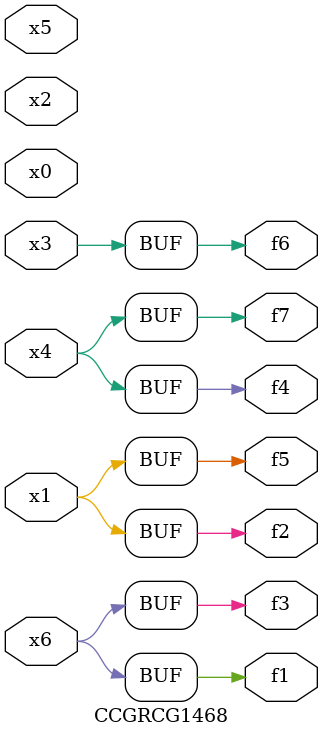
<source format=v>
module CCGRCG1468(
	input x0, x1, x2, x3, x4, x5, x6,
	output f1, f2, f3, f4, f5, f6, f7
);
	assign f1 = x6;
	assign f2 = x1;
	assign f3 = x6;
	assign f4 = x4;
	assign f5 = x1;
	assign f6 = x3;
	assign f7 = x4;
endmodule

</source>
